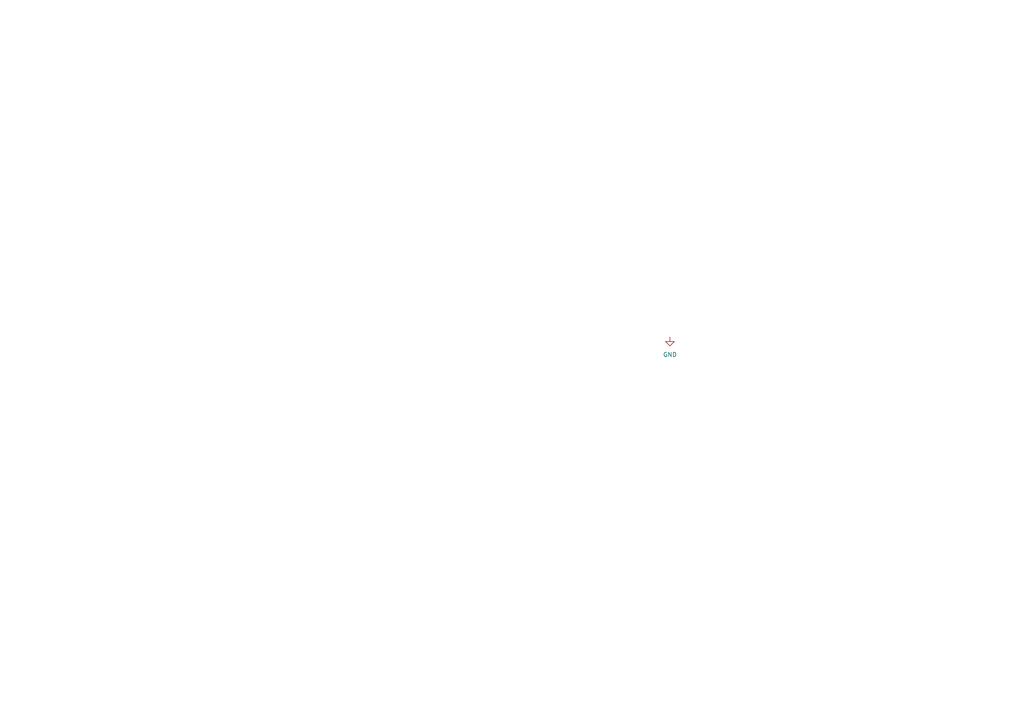
<source format=kicad_sch>
(kicad_sch (version 20231120) (generator "eeschema") (generator_version "8.0")
  (paper "A4")
  (lib_symbols
    (symbol "power:GND" (power) (pin_numbers hide) (pin_names (offset 0) hide)
      (property "Value" "GND" (at 0 -3.81 0))
      (symbol "GND_0_1"
        (polyline (pts (xy 0 0) (xy 0 -1.27) (xy 1.27 -1.27) (xy 0 -2.54) (xy -1.27 -1.27) (xy 0 -1.27)))
      )
      (symbol "GND_1_1"
        (pin power_in line (at 0 0 270) (length 0) (name "~") (number "1"))
      )
    )
  )
  (symbol (lib_id "power:GND") (at 194.31 97.79 0) (unit 1)
    (property "Reference" "#PWR01" (effects (hide yes)))
    (property "Value" "GND" (at 194.31 102.87 0))
    (property "Description" "Power symbol creates a global label with name \"GND\" , ground" (effects (hide yes)))
  )
)
</source>
